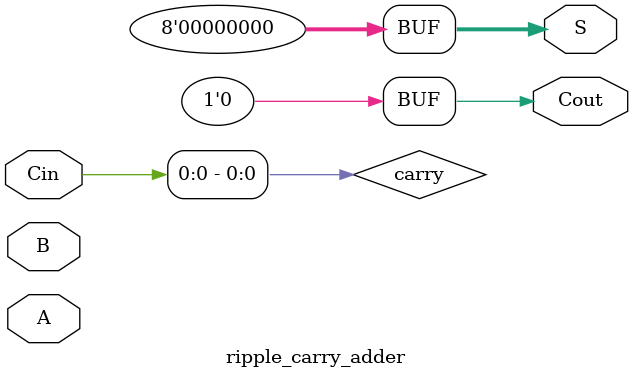
<source format=sv>

module full_adder (
    input  logic a,      // First input bit
    input  logic b,      // Second input bit
    input  logic cin,    // Carry input
    output logic sum,    // Sum output
    output logic cout    // Carry output
);

    // ------------------------------------------------------------------------
    // TODO: Implement full adder logic
    // ------------------------------------------------------------------------
    // Sum logic: sum = a XOR b XOR cin
    // Carry logic: cout = (a AND b) OR (cin AND (a XOR b))
    // Alternative carry: cout = (a AND b) OR (a AND cin) OR (b AND cin)
    // ------------------------------------------------------------------------

    // Placeholder assignments to ensure compilation without errors
    assign sum  = 1'b0;  // TODO: Replace with: a ^ b ^ cin
    assign cout = 1'b0;  // TODO: Replace with: (a & b) | (cin & (a ^ b))

endmodule : full_adder


// ============================================================================
// Module: ripple_carry_adder
// Description: 8-bit ripple carry adder using 8 full adder instances
// ============================================================================
module ripple_carry_adder (
    input  logic [7:0] A,      // First 8-bit operand
    input  logic [7:0] B,      // Second 8-bit operand
    input  logic       Cin,    // Carry input
    output logic [7:0] S,      // 8-bit sum output
    output logic       Cout    // Carry output
);

    // ------------------------------------------------------------------------
    // Parameters
    // ------------------------------------------------------------------------
    localparam int WIDTH = 8;  // Bit width of the adder

    // ------------------------------------------------------------------------
    // Internal Signals - Carry Chain
    // ------------------------------------------------------------------------
    // carry[0] connects to Cin (input carry)
    // carry[1] to carry[7] are intermediate carries between full adders
    // Cout connects to the carry output of FA7
    logic [7:0] carry;

    // ------------------------------------------------------------------------
    // Carry Chain Initialization
    // ------------------------------------------------------------------------
    assign carry[0] = Cin;  // Connect input carry to carry chain

    // ------------------------------------------------------------------------
    // TODO: Instantiate 8 Full Adders
    // ------------------------------------------------------------------------
    // The following pattern should be followed for each bit position:
    //
    // full_adder FA0 (
    //     .a    (A[0]),
    //     .b    (B[0]),
    //     .cin  (carry[0]),  // From Cin
    //     .sum  (S[0]),
    //     .cout (carry[1])   // To FA1
    // );
    //
    // full_adder FA1 (
    //     .a    (A[1]),
    //     .b    (B[1]),
    //     .cin  (carry[1]),  // From FA0
    //     .sum  (S[1]),
    //     .cout (carry[2])   // To FA2
    // );
    //
    // ... Continue for FA2 through FA6 ...
    //
    // full_adder FA7 (
    //     .a    (A[7]),
    //     .b    (B[7]),
    //     .cin  (carry[7]),  // From FA6
    //     .sum  (S[7]),
    //     .cout (Cout)       // Output carry
    // );
    // ------------------------------------------------------------------------

    // Placeholder assignments to ensure compilation without errors
    // TODO: Remove these assignments after implementing full adder instantiations
    assign S    = 8'b0;
    assign Cout = 1'b0;

endmodule : ripple_carry_adder


// ============================================================================
// End of File
// ============================================================================

</source>
